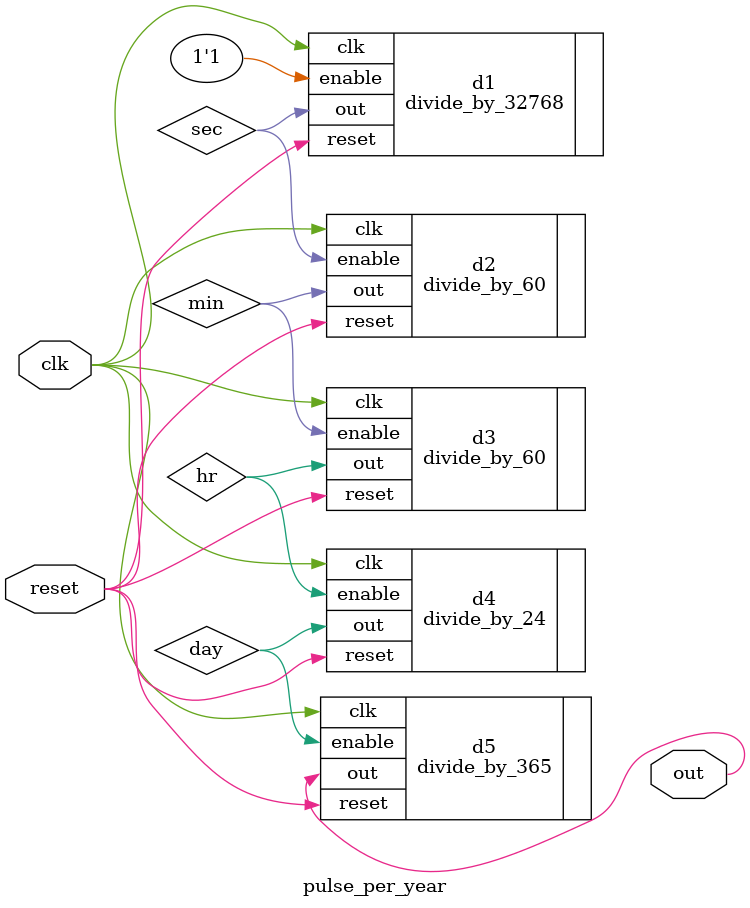
<source format=v>
/* -*-Verilog-*-
*******************************************************************************
*
* File:         pulse_per_year.v
* RCS:          $Header: $
* Description:  
* Author:       Costas Calamvokis
* Language:     Verilog
* Package:      N/A
* Status:       Experimental (Do Not Distribute)
*
* Copyright (c) 1998 Costas Calamvokis, all rights reserved.
*
*******************************************************************************
*/

module pulse_per_year ( clk, reset, out);

input  clk;
input  reset;
output out;


divide_by_32768 d1( .clk(clk), .reset(reset), .enable(1'b1), .out(sec));

divide_by_60 d2(
    .clk(clk),
    .reset(reset),
    .enable(sec),
    .out(min));

divide_by_60 d3(
    .clk(clk),
    .reset(reset),
    .enable(min),
    .out(hr));

divide_by_24 d4(
    .clk(clk),
    .reset(reset),
    .enable(hr),
    .out(day));

divide_by_365 d5(
    .clk(clk),
    .reset(reset),
    .enable(day),
    .out(out));

endmodule

/*
 *  Click on this link to go back to v2html home page: 
 *    http:../../../v2html.html
 */    

</source>
